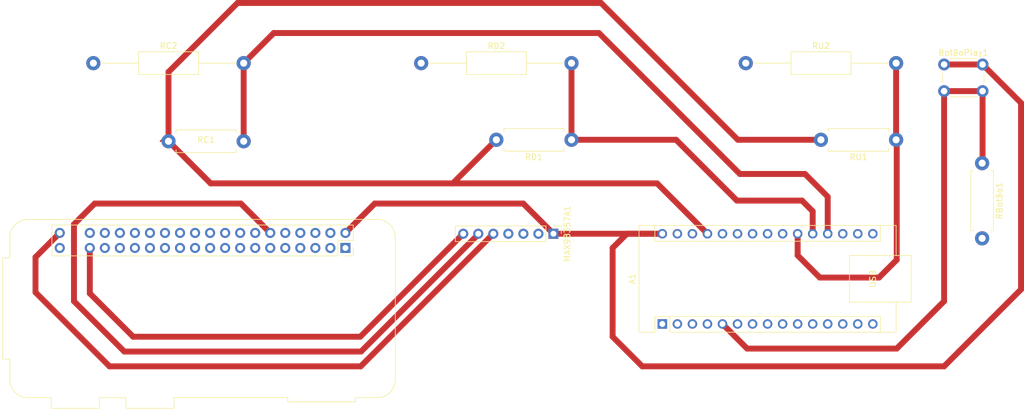
<source format=kicad_pcb>
(kicad_pcb (version 20221018) (generator pcbnew)
  (layers (0 "F.Cu" signal) (31 "B.Cu" signal) (34 "B.Paste" user) (35 "F.Paste" user) (36 "B.SilkS" user "B.Silkscreen") (37 "F.SilkS" user "F.Silkscreen") (38 "B.Mask" user) (39 "F.Mask" user) (44 "Edge.Cuts" user))
  (net 0 "")
  (net 5 "Net-(A1-D2)")
  (net 19 "Net-(A1-A0)")
  (net 20 "Net-(A1-A1)")
  (net 21 "Net-(A1-A2)")
  (net 27 "Net-(A1-+5V)")
  (net 29 "Net-(A1-VIN)")
  (net 30 "Net-(MAX98357A1-GND)")
  (net 40 "Net-(MAX98357A1-DIN)")
  (net 63 "Net-(MAX98357A1-LCR)")
  (net 66 "Net-(MAX98357A1-BLCK)")
  (footprint "Resistor_THT:R_Axial_DIN0411_L9.9mm_D3.6mm_P25.40mm_Horizontal" (layer "F.Cu") (at 102.65375 33.77375)
    (fp_text reference "RD2" (at 12.7 -2.92) (layer "F.SilkS"))
    (fp_text value "1K")
    (fp_line (start 1.44 0) (end 7.63 0) (stroke (width 0.12)) (layer "F.SilkS"))
    (fp_line (start 7.63 -1.92) (end 7.63 1.92) (stroke (width 0.12)) (layer "F.SilkS"))
    (fp_line (start 7.63 1.92) (end 17.77 1.92) (stroke (width 0.12)) (layer "F.SilkS"))
    (fp_line (start 17.77 -1.92) (end 7.63 -1.92) (stroke (width 0.12)) (layer "F.SilkS"))
    (fp_line (start 17.77 1.92) (end 17.77 -1.92) (stroke (width 0.12)) (layer "F.SilkS"))
    (fp_line (start 23.96 0) (end 17.77 0) (stroke (width 0.12)) (layer "F.SilkS"))
    (pad "1" thru_hole circle (at 0 0) (size 2.4 2.4) (drill 1.2) (layers "*.Cu" "*.Mask") (net 30 "Net-(MAX98357A1-GND)"))
    (pad "2" thru_hole oval (at 25.4 0) (size 2.4 2.4) (drill 1.2) (layers "*.Cu" "*.Mask") (net 20 "Net-(A1-A1)"))
  )
  (footprint "Resistor_THT:R_Axial_DIN0411_L9.9mm_D3.6mm_P12.70mm_Horizontal" (layer "F.Cu") (at 182.89375 46.72375 180)
    (fp_text reference "RU1" (at 6.35 -2.92) (layer "F.SilkS"))
    (fp_text value "1K")
    (fp_line (start 1.28 -1.92) (end 11.42 -1.92) (stroke (width 0.12)) (layer "F.SilkS"))
    (fp_line (start 1.28 -1.44) (end 1.28 -1.92) (stroke (width 0.12)) (layer "F.SilkS"))
    (fp_line (start 1.28 1.44) (end 1.28 1.92) (stroke (width 0.12)) (layer "F.SilkS"))
    (fp_line (start 1.28 1.92) (end 11.42 1.92) (stroke (width 0.12)) (layer "F.SilkS"))
    (fp_line (start 11.42 -1.92) (end 11.42 -1.44) (stroke (width 0.12)) (layer "F.SilkS"))
    (fp_line (start 11.42 1.92) (end 11.42 1.44) (stroke (width 0.12)) (layer "F.SilkS"))
    (pad "1" thru_hole circle (at 0 0 180) (size 2.4 2.4) (drill 1.2) (layers "*.Cu" "*.Mask") (net 21 "Net-(A1-A2)"))
    (pad "2" thru_hole oval (at 12.7 0 180) (size 2.4 2.4) (drill 1.2) (layers "*.Cu" "*.Mask") (net 27 "Net-(A1-+5V)"))
  )
  (footprint "Resistor_THT:R_Axial_DIN0411_L9.9mm_D3.6mm_P12.70mm_Horizontal" (layer "F.Cu") (at 72.66875 46.97375 180)
    (fp_text reference "RC1" (at 6.35 0.25) (layer "F.SilkS"))
    (fp_text value "1K")
    (fp_line (start 1.28 -1.92) (end 11.42 -1.92) (stroke (width 0.12)) (layer "F.SilkS"))
    (fp_line (start 1.28 -1.44) (end 1.28 -1.92) (stroke (width 0.12)) (layer "F.SilkS"))
    (fp_line (start 1.28 1.44) (end 1.28 1.92) (stroke (width 0.12)) (layer "F.SilkS"))
    (fp_line (start 1.28 1.92) (end 11.42 1.92) (stroke (width 0.12)) (layer "F.SilkS"))
    (fp_line (start 11.42 -1.92) (end 11.42 -1.44) (stroke (width 0.12)) (layer "F.SilkS"))
    (fp_line (start 11.42 1.92) (end 11.42 1.44) (stroke (width 0.12)) (layer "F.SilkS"))
    (pad "1" thru_hole circle (at 0 0 180) (size 2.4 2.4) (drill 1.2) (layers "*.Cu" "*.Mask") (net 19 "Net-(A1-A0)"))
    (pad "2" thru_hole oval (at 12.7 0 180) (size 2.4 2.4) (drill 1.2) (layers "*.Cu" "*.Mask") (net 27 "Net-(A1-+5V)"))
  )
  (footprint "Resistor_THT:R_Axial_DIN0411_L9.9mm_D3.6mm_P25.40mm_Horizontal" (layer "F.Cu") (at 157.49375 33.77375)
    (fp_text reference "RU2" (at 12.7 -2.92) (layer "F.SilkS"))
    (fp_text value "1K")
    (fp_line (start 1.44 0) (end 7.63 0) (stroke (width 0.12)) (layer "F.SilkS"))
    (fp_line (start 7.63 -1.92) (end 7.63 1.92) (stroke (width 0.12)) (layer "F.SilkS"))
    (fp_line (start 7.63 1.92) (end 17.77 1.92) (stroke (width 0.12)) (layer "F.SilkS"))
    (fp_line (start 17.77 -1.92) (end 7.63 -1.92) (stroke (width 0.12)) (layer "F.SilkS"))
    (fp_line (start 17.77 1.92) (end 17.77 -1.92) (stroke (width 0.12)) (layer "F.SilkS"))
    (fp_line (start 23.96 0) (end 17.77 0) (stroke (width 0.12)) (layer "F.SilkS"))
    (pad "1" thru_hole circle (at 0 0) (size 2.4 2.4) (drill 1.2) (layers "*.Cu" "*.Mask") (net 30 "Net-(MAX98357A1-GND)"))
    (pad "2" thru_hole oval (at 25.4 0) (size 2.4 2.4) (drill 1.2) (layers "*.Cu" "*.Mask") (net 21 "Net-(A1-A2)"))
  )
  (footprint "Resistor_THT:R_Axial_DIN0411_L9.9mm_D3.6mm_P25.40mm_Horizontal" (layer "F.Cu") (at 47.26875 33.77375)
    (fp_text reference "RC2" (at 12.7 -2.92) (layer "F.SilkS"))
    (fp_text value "1K")
    (fp_line (start 1.44 0) (end 7.63 0) (stroke (width 0.12)) (layer "F.SilkS"))
    (fp_line (start 7.63 -1.92) (end 7.63 1.92) (stroke (width 0.12)) (layer "F.SilkS"))
    (fp_line (start 7.63 1.92) (end 17.77 1.92) (stroke (width 0.12)) (layer "F.SilkS"))
    (fp_line (start 17.77 -1.92) (end 7.63 -1.92) (stroke (width 0.12)) (layer "F.SilkS"))
    (fp_line (start 17.77 1.92) (end 17.77 -1.92) (stroke (width 0.12)) (layer "F.SilkS"))
    (fp_line (start 23.96 0) (end 17.77 0) (stroke (width 0.12)) (layer "F.SilkS"))
    (pad "1" thru_hole circle (at 0 0) (size 2.4 2.4) (drill 1.2) (layers "*.Cu" "*.Mask") (net 30 "Net-(MAX98357A1-GND)"))
    (pad "2" thru_hole oval (at 25.4 0) (size 2.4 2.4) (drill 1.2) (layers "*.Cu" "*.Mask") (net 19 "Net-(A1-A0)"))
  )
  (footprint "Module:Raspberry_Pi_Zero_Socketed_THT_FaceDown_MountingHoles" (layer "F.Cu") (at 89.855 65 -90)
    (fp_text reference "https://datasheets.raspberrypi.com/rpizero2/raspberry-pi-zero-2-w-reduced-schematics.pdf1" hide)
    (fp_text value "Raspberry_Pi_Zero_2W")
    (fp_line (start -4.83 53.63) (end -4.83 -5.37) (stroke (width 0.12)) (layer "F.SilkS"))
    (fp_line (start -3.87 -1.33) (end -3.87 49.59) (stroke (width 0.12)) (layer "F.SilkS"))
    (fp_line (start -3.87 -1.33) (end -1.27 -1.33) (stroke (width 0.12)) (layer "F.SilkS"))
    (fp_line (start -3.87 49.59) (end 1.33 49.59) (stroke (width 0.12)) (layer "F.SilkS"))
    (fp_line (start -1.77 -8.43) (end 22.23 -8.43) (stroke (width 0.12)) (layer "F.SilkS"))
    (fp_line (start -1.27 -1.33) (end -1.27 1.27) (stroke (width 0.12)) (layer "F.SilkS"))
    (fp_line (start -1.27 1.27) (end 1.33 1.27) (stroke (width 0.12)) (layer "F.SilkS"))
    (fp_line (start 0 -1.33) (end 1.33 -1.33) (stroke (width 0.12)) (layer "F.SilkS"))
    (fp_line (start 1.33 -1.33) (end 1.33 0) (stroke (width 0.12)) (layer "F.SilkS"))
    (fp_line (start 1.33 1.27) (end 1.33 49.59) (stroke (width 0.12)) (layer "F.SilkS"))
    (fp_line (start 1.67 56.69) (end -1.77 56.69) (stroke (width 0.12)) (layer "F.SilkS"))
    (fp_line (start 1.67 56.69) (end 1.67 57.89) (stroke (width 0.12)) (layer "F.SilkS"))
    (fp_line (start 1.67 57.89) (end 18.79 57.89) (stroke (width 0.12)) (layer "F.SilkS"))
    (fp_line (start 18.79 56.69) (end 22.23 56.69) (stroke (width 0.12)) (layer "F.SilkS"))
    (fp_line (start 18.79 57.89) (end 18.79 56.69) (stroke (width 0.12)) (layer "F.SilkS"))
    (fp_line (start 25.29 -1.68) (end 25.29 -5.37) (stroke (width 0.12)) (layer "F.SilkS"))
    (fp_line (start 25.29 9.74) (end 25.99 9.74) (stroke (width 0.12)) (layer "F.SilkS"))
    (fp_line (start 25.29 28.97) (end 25.29 9.74) (stroke (width 0.12)) (layer "F.SilkS"))
    (fp_line (start 25.29 37.09) (end 27.09 37.09) (stroke (width 0.12)) (layer "F.SilkS"))
    (fp_line (start 25.29 41.57) (end 25.29 37.09) (stroke (width 0.12)) (layer "F.SilkS"))
    (fp_line (start 25.29 49.69) (end 27.09 49.69) (stroke (width 0.12)) (layer "F.SilkS"))
    (fp_line (start 25.29 53.63) (end 25.29 49.69) (stroke (width 0.12)) (layer "F.SilkS"))
    (fp_line (start 25.99 -1.68) (end 25.29 -1.68) (stroke (width 0.12)) (layer "F.SilkS"))
    (fp_line (start 25.99 9.74) (end 25.99 -1.68) (stroke (width 0.12)) (layer "F.SilkS"))
    (fp_line (start 27.09 28.97) (end 25.29 28.97) (stroke (width 0.12)) (layer "F.SilkS"))
    (fp_line (start 27.09 37.09) (end 27.09 28.97) (stroke (width 0.12)) (layer "F.SilkS"))
    (fp_line (start 27.09 41.57) (end 25.29 41.57) (stroke (width 0.12)) (layer "F.SilkS"))
    (fp_line (start 27.09 49.69) (end 27.09 41.57) (stroke (width 0.12)) (layer "F.SilkS"))
    (fp_arc (start -4.83 -5.37) (mid -3.933747 -7.533747) (end -1.77 -8.43) (stroke (width 0.12)) (layer "F.SilkS"))
    (fp_arc (start -1.77 56.69) (mid -3.933747 55.793747) (end -4.83 53.63) (stroke (width 0.12)) (layer "F.SilkS"))
    (fp_arc (start 22.23 -8.43) (mid 24.393747 -7.533747) (end 25.29 -5.37) (stroke (width 0.12)) (layer "F.SilkS"))
    (fp_arc (start 25.29 53.63) (mid 24.393747 55.793747) (end 22.23 56.69) (stroke (width 0.12)) (layer "F.SilkS"))
    (pad "1" thru_hole rect (at 0 0 270) (size 1.7 1.7) (drill 1) (layers "*.Cu" "*.Mask"))
    (pad "2" thru_hole oval (at -2.54 0 270) (size 1.7 1.7) (drill 1) (layers "*.Cu" "*.Mask") (net 29 "Net-(A1-VIN)"))
    (pad "3" thru_hole oval (at 0 2.54 270) (size 1.7 1.7) (drill 1) (layers "*.Cu" "*.Mask"))
    (pad "4" thru_hole oval (at -2.54 2.54 270) (size 1.7 1.7) (drill 1) (layers "*.Cu" "*.Mask"))
    (pad "5" thru_hole oval (at 0 5.08 270) (size 1.7 1.7) (drill 1) (layers "*.Cu" "*.Mask"))
    (pad "6" thru_hole oval (at -2.54 5.08 270) (size 1.7 1.7) (drill 1) (layers "*.Cu" "*.Mask"))
    (pad "7" thru_hole oval (at 0 7.62 270) (size 1.7 1.7) (drill 1) (layers "*.Cu" "*.Mask"))
    (pad "8" thru_hole oval (at -2.54 7.62 270) (size 1.7 1.7) (drill 1) (layers "*.Cu" "*.Mask"))
    (pad "9" thru_hole oval (at 0 10.16 270) (size 1.7 1.7) (drill 1) (layers "*.Cu" "*.Mask") (net 30 "Net-(MAX98357A1-GND)"))
    (pad "10" thru_hole oval (at -2.54 10.16 270) (size 1.7 1.7) (drill 1) (layers "*.Cu" "*.Mask"))
    (pad "11" thru_hole oval (at 0 12.7 270) (size 1.7 1.7) (drill 1) (layers "*.Cu" "*.Mask"))
    (pad "12" thru_hole oval (at -2.54 12.7 270) (size 1.7 1.7) (drill 1) (layers "*.Cu" "*.Mask") (net 66 "Net-(MAX98357A1-BLCK)"))
    (pad "13" thru_hole oval (at 0 15.24 270) (size 1.7 1.7) (drill 1) (layers "*.Cu" "*.Mask"))
    (pad "14" thru_hole oval (at -2.54 15.24 270) (size 1.7 1.7) (drill 1) (layers "*.Cu" "*.Mask"))
    (pad "15" thru_hole oval (at 0 17.78 270) (size 1.7 1.7) (drill 1) (layers "*.Cu" "*.Mask"))
    (pad "16" thru_hole oval (at -2.54 17.78 270) (size 1.7 1.7) (drill 1) (layers "*.Cu" "*.Mask"))
    (pad "17" thru_hole oval (at 0 20.32 270) (size 1.7 1.7) (drill 1) (layers "*.Cu" "*.Mask"))
    (pad "18" thru_hole oval (at -2.54 20.32 270) (size 1.7 1.7) (drill 1) (layers "*.Cu" "*.Mask"))
    (pad "19" thru_hole oval (at 0 22.86 270) (size 1.7 1.7) (drill 1) (layers "*.Cu" "*.Mask"))
    (pad "20" thru_hole oval (at -2.54 22.86 270) (size 1.7 1.7) (drill 1) (layers "*.Cu" "*.Mask"))
    (pad "21" thru_hole oval (at 0 25.4 270) (size 1.7 1.7) (drill 1) (layers "*.Cu" "*.Mask"))
    (pad "22" thru_hole oval (at -2.54 25.4 270) (size 1.7 1.7) (drill 1) (layers "*.Cu" "*.Mask"))
    (pad "23" thru_hole oval (at 0 27.94 270) (size 1.7 1.7) (drill 1) (layers "*.Cu" "*.Mask"))
    (pad "24" thru_hole oval (at -2.54 27.94 270) (size 1.7 1.7) (drill 1) (layers "*.Cu" "*.Mask"))
    (pad "25" thru_hole oval (at 0 30.48 270) (size 1.7 1.7) (drill 1) (layers "*.Cu" "*.Mask"))
    (pad "26" thru_hole oval (at -2.54 30.48 270) (size 1.7 1.7) (drill 1) (layers "*.Cu" "*.Mask"))
    (pad "27" thru_hole oval (at 0 33.02 270) (size 1.7 1.7) (drill 1) (layers "*.Cu" "*.Mask"))
    (pad "28" thru_hole oval (at -2.54 33.02 270) (size 1.7 1.7) (drill 1) (layers "*.Cu" "*.Mask"))
    (pad "29" thru_hole oval (at 0 35.56 270) (size 1.7 1.7) (drill 1) (layers "*.Cu" "*.Mask"))
    (pad "30" thru_hole oval (at -2.54 35.56 270) (size 1.7 1.7) (drill 1) (layers "*.Cu" "*.Mask"))
    (pad "31" thru_hole oval (at 0 38.1 270) (size 1.7 1.7) (drill 1) (layers "*.Cu" "*.Mask"))
    (pad "32" thru_hole oval (at -2.54 38.1 270) (size 1.7 1.7) (drill 1) (layers "*.Cu" "*.Mask"))
    (pad "33" thru_hole oval (at 0 40.64 270) (size 1.7 1.7) (drill 1) (layers "*.Cu" "*.Mask"))
    (pad "34" thru_hole oval (at -2.54 40.64 270) (size 1.7 1.7) (drill 1) (layers "*.Cu" "*.Mask"))
    (pad "35" thru_hole oval (at 0 43.18 270) (size 1.7 1.7) (drill 1) (layers "*.Cu" "*.Mask") (net 63 "Net-(MAX98357A1-LCR)"))
    (pad "36" thru_hole oval (at -2.54 43.18 270) (size 1.7 1.7) (drill 1) (layers "*.Cu" "*.Mask"))
    (pad "39" thru_hole oval (at 0 48.26 270) (size 1.7 1.7) (drill 1) (layers "*.Cu" "*.Mask"))
    (pad "40" thru_hole oval (at -2.54 48.26 270) (size 1.7 1.7) (drill 1) (layers "*.Cu" "*.Mask") (net 40 "Net-(MAX98357A1-DIN)"))
  )
  (footprint "Connector_PinHeader_2.54mm:PinHeader_1x07_P2.54mm_Vertical" (layer "F.Cu") (at 125 62.6 -90)
    (fp_text reference "MAX98357A1" (at 0 -2.33 90) (layer "F.SilkS"))
    (fp_text value "~")
    (fp_line (start -1.33 -1.33) (end 0 -1.33) (stroke (width 0.12)) (layer "F.SilkS"))
    (fp_line (start -1.33 0) (end -1.33 -1.33) (stroke (width 0.12)) (layer "F.SilkS"))
    (fp_line (start -1.33 1.27) (end -1.33 16.57) (stroke (width 0.12)) (layer "F.SilkS"))
    (fp_line (start -1.33 1.27) (end 1.33 1.27) (stroke (width 0.12)) (layer "F.SilkS"))
    (fp_line (start -1.33 16.57) (end 1.33 16.57) (stroke (width 0.12)) (layer "F.SilkS"))
    (fp_line (start 1.33 1.27) (end 1.33 16.57) (stroke (width 0.12)) (layer "F.SilkS"))
    (pad "1" thru_hole rect (at 0 0 270) (size 1.7 1.7) (drill 1) (layers "*.Cu" "*.Mask") (net 29 "Net-(A1-VIN)"))
    (pad "2" thru_hole oval (at 0 2.54 270) (size 1.7 1.7) (drill 1) (layers "*.Cu" "*.Mask") (net 30 "Net-(MAX98357A1-GND)"))
    (pad "3" thru_hole oval (at 0 5.08 270) (size 1.7 1.7) (drill 1) (layers "*.Cu" "*.Mask"))
    (pad "4" thru_hole oval (at 0 7.62 270) (size 1.7 1.7) (drill 1) (layers "*.Cu" "*.Mask"))
    (pad "5" thru_hole oval (at 0 10.16 270) (size 1.7 1.7) (drill 1) (layers "*.Cu" "*.Mask") (net 40 "Net-(MAX98357A1-DIN)"))
    (pad "6" thru_hole oval (at 0 12.7 270) (size 1.7 1.7) (drill 1) (layers "*.Cu" "*.Mask") (net 66 "Net-(MAX98357A1-BLCK)"))
    (pad "7" thru_hole oval (at 0 15.24 270) (size 1.7 1.7) (drill 1) (layers "*.Cu" "*.Mask") (net 63 "Net-(MAX98357A1-LCR)"))
  )
  (footprint "Button_Switch_THT:SW_PUSH_6mm_H4.3mm" (layer "F.Cu") (at 191 34)
    (fp_text reference "BotãoPlay1" (at 3.25 -2) (layer "F.SilkS"))
    (fp_text value "SW_Push")
    (fp_line (start -0.25 1.5) (end -0.25 3) (stroke (width 0.12)) (layer "F.SilkS"))
    (fp_line (start 1 5.5) (end 5.5 5.5) (stroke (width 0.12)) (layer "F.SilkS"))
    (fp_line (start 5.5 -1) (end 1 -1) (stroke (width 0.12)) (layer "F.SilkS"))
    (fp_line (start 6.75 3) (end 6.75 1.5) (stroke (width 0.12)) (layer "F.SilkS"))
    (pad "1" thru_hole circle (at 0 0 90) (size 2 2) (drill 1.1) (layers "*.Cu" "*.Mask") (net 29 "Net-(A1-VIN)"))
    (pad "1" thru_hole circle (at 6.5 0 90) (size 2 2) (drill 1.1) (layers "*.Cu" "*.Mask") (net 29 "Net-(A1-VIN)"))
    (pad "2" thru_hole circle (at 0 4.5 90) (size 2 2) (drill 1.1) (layers "*.Cu" "*.Mask") (net 5 "Net-(A1-D2)"))
    (pad "2" thru_hole circle (at 6.5 4.5 90) (size 2 2) (drill 1.1) (layers "*.Cu" "*.Mask") (net 5 "Net-(A1-D2)"))
  )
  (footprint "Resistor_THT:R_Axial_DIN0411_L9.9mm_D3.6mm_P12.70mm_Horizontal" (layer "F.Cu") (at 128.05375 46.72375 180)
    (fp_text reference "RD1" (at 6.35 -2.92) (layer "F.SilkS"))
    (fp_text value "1K")
    (fp_line (start 1.28 -1.92) (end 11.42 -1.92) (stroke (width 0.12)) (layer "F.SilkS"))
    (fp_line (start 1.28 -1.44) (end 1.28 -1.92) (stroke (width 0.12)) (layer "F.SilkS"))
    (fp_line (start 1.28 1.44) (end 1.28 1.92) (stroke (width 0.12)) (layer "F.SilkS"))
    (fp_line (start 1.28 1.92) (end 11.42 1.92) (stroke (width 0.12)) (layer "F.SilkS"))
    (fp_line (start 11.42 -1.92) (end 11.42 -1.44) (stroke (width 0.12)) (layer "F.SilkS"))
    (fp_line (start 11.42 1.92) (end 11.42 1.44) (stroke (width 0.12)) (layer "F.SilkS"))
    (pad "1" thru_hole circle (at 0 0 180) (size 2.4 2.4) (drill 1.2) (layers "*.Cu" "*.Mask") (net 20 "Net-(A1-A1)"))
    (pad "2" thru_hole oval (at 12.7 0 180) (size 2.4 2.4) (drill 1.2) (layers "*.Cu" "*.Mask") (net 27 "Net-(A1-+5V)"))
  )
  (footprint "Module:Arduino_Nano" (layer "F.Cu") (at 143.4 77.84 90)
    (fp_text reference "A1" (at 7.62 -5.08 90) (layer "F.SilkS"))
    (fp_text value "Arduino_Nano_v3.x")
    (fp_text user "USB" (at 7.62 35.56 90 unlocked) (layer "F.SilkS"))
    (fp_line (start -1.4 -3.94) (end -1.4 -1.27) (stroke (width 0.12)) (layer "F.SilkS"))
    (fp_line (start -1.4 1.27) (end -1.4 39.5) (stroke (width 0.12)) (layer "F.SilkS"))
    (fp_line (start -1.4 39.5) (end 3.68 39.5) (stroke (width 0.12)) (layer "F.SilkS"))
    (fp_line (start 1.27 -1.27) (end -1.4 -1.27) (stroke (width 0.12)) (layer "F.SilkS"))
    (fp_line (start 1.27 1.27) (end -1.4 1.27) (stroke (width 0.12)) (layer "F.SilkS"))
    (fp_line (start 1.27 1.27) (end 1.27 -1.27) (stroke (width 0.12)) (layer "F.SilkS"))
    (fp_line (start 1.27 1.27) (end 1.27 36.83) (stroke (width 0.12)) (layer "F.SilkS"))
    (fp_line (start 1.27 36.83) (end -1.4 36.83) (stroke (width 0.12)) (layer "F.SilkS"))
    (fp_line (start 3.68 31.62) (end 11.56 31.62) (stroke (width 0.12)) (layer "F.SilkS"))
    (fp_line (start 3.68 42.04) (end 3.68 31.62) (stroke (width 0.12)) (layer "F.SilkS"))
    (fp_line (start 11.56 31.62) (end 11.56 42.04) (stroke (width 0.12)) (layer "F.SilkS"))
    (fp_line (start 11.56 42.04) (end 3.68 42.04) (stroke (width 0.12)) (layer "F.SilkS"))
    (fp_line (start 13.97 -1.27) (end 13.97 36.83) (stroke (width 0.12)) (layer "F.SilkS"))
    (fp_line (start 13.97 -1.27) (end 16.64 -1.27) (stroke (width 0.12)) (layer "F.SilkS"))
    (fp_line (start 13.97 36.83) (end 16.64 36.83) (stroke (width 0.12)) (layer "F.SilkS"))
    (fp_line (start 16.64 -3.94) (end -1.4 -3.94) (stroke (width 0.12)) (layer "F.SilkS"))
    (fp_line (start 16.64 39.5) (end 11.56 39.5) (stroke (width 0.12)) (layer "F.SilkS"))
    (fp_line (start 16.64 39.5) (end 16.64 -3.94) (stroke (width 0.12)) (layer "F.SilkS"))
    (pad "1" thru_hole rect (at 0 0 90) (size 1.6 1.6) (drill 1) (layers "*.Cu" "*.Mask"))
    (pad "2" thru_hole oval (at 0 2.54 90) (size 1.6 1.6) (drill 1) (layers "*.Cu" "*.Mask"))
    (pad "3" thru_hole oval (at 0 5.08 90) (size 1.6 1.6) (drill 1) (layers "*.Cu" "*.Mask"))
    (pad "4" thru_hole oval (at 0 7.62 90) (size 1.6 1.6) (drill 1) (layers "*.Cu" "*.Mask") (net 30 "Net-(MAX98357A1-GND)"))
    (pad "5" thru_hole oval (at 0 10.16 90) (size 1.6 1.6) (drill 1) (layers "*.Cu" "*.Mask") (net 5 "Net-(A1-D2)"))
    (pad "6" thru_hole oval (at 0 12.7 90) (size 1.6 1.6) (drill 1) (layers "*.Cu" "*.Mask"))
    (pad "7" thru_hole oval (at 0 15.24 90) (size 1.6 1.6) (drill 1) (layers "*.Cu" "*.Mask"))
    (pad "8" thru_hole oval (at 0 17.78 90) (size 1.6 1.6) (drill 1) (layers "*.Cu" "*.Mask"))
    (pad "9" thru_hole oval (at 0 20.32 90) (size 1.6 1.6) (drill 1) (layers "*.Cu" "*.Mask"))
    (pad "10" thru_hole oval (at 0 22.86 90) (size 1.6 1.6) (drill 1) (layers "*.Cu" "*.Mask"))
    (pad "11" thru_hole oval (at 0 25.4 90) (size 1.6 1.6) (drill 1) (layers "*.Cu" "*.Mask"))
    (pad "12" thru_hole oval (at 0 27.94 90) (size 1.6 1.6) (drill 1) (layers "*.Cu" "*.Mask"))
    (pad "13" thru_hole oval (at 0 30.48 90) (size 1.6 1.6) (drill 1) (layers "*.Cu" "*.Mask"))
    (pad "14" thru_hole oval (at 0 33.02 90) (size 1.6 1.6) (drill 1) (layers "*.Cu" "*.Mask"))
    (pad "15" thru_hole oval (at 0 35.56 90) (size 1.6 1.6) (drill 1) (layers "*.Cu" "*.Mask"))
    (pad "16" thru_hole oval (at 15.24 35.56 90) (size 1.6 1.6) (drill 1) (layers "*.Cu" "*.Mask"))
    (pad "17" thru_hole oval (at 15.24 33.02 90) (size 1.6 1.6) (drill 1) (layers "*.Cu" "*.Mask"))
    (pad "18" thru_hole oval (at 15.24 30.48 90) (size 1.6 1.6) (drill 1) (layers "*.Cu" "*.Mask"))
    (pad "19" thru_hole oval (at 15.24 27.94 90) (size 1.6 1.6) (drill 1) (layers "*.Cu" "*.Mask") (net 19 "Net-(A1-A0)"))
    (pad "20" thru_hole oval (at 15.24 25.4 90) (size 1.6 1.6) (drill 1) (layers "*.Cu" "*.Mask") (net 20 "Net-(A1-A1)"))
    (pad "21" thru_hole oval (at 15.24 22.86 90) (size 1.6 1.6) (drill 1) (layers "*.Cu" "*.Mask") (net 21 "Net-(A1-A2)"))
    (pad "22" thru_hole oval (at 15.24 20.32 90) (size 1.6 1.6) (drill 1) (layers "*.Cu" "*.Mask"))
    (pad "23" thru_hole oval (at 15.24 17.78 90) (size 1.6 1.6) (drill 1) (layers "*.Cu" "*.Mask"))
    (pad "24" thru_hole oval (at 15.24 15.24 90) (size 1.6 1.6) (drill 1) (layers "*.Cu" "*.Mask"))
    (pad "25" thru_hole oval (at 15.24 12.7 90) (size 1.6 1.6) (drill 1) (layers "*.Cu" "*.Mask"))
    (pad "26" thru_hole oval (at 15.24 10.16 90) (size 1.6 1.6) (drill 1) (layers "*.Cu" "*.Mask"))
    (pad "27" thru_hole oval (at 15.24 7.62 90) (size 1.6 1.6) (drill 1) (layers "*.Cu" "*.Mask") (net 27 "Net-(A1-+5V)"))
    (pad "28" thru_hole oval (at 15.24 5.08 90) (size 1.6 1.6) (drill 1) (layers "*.Cu" "*.Mask"))
    (pad "29" thru_hole oval (at 15.24 2.54 90) (size 1.6 1.6) (drill 1) (layers "*.Cu" "*.Mask"))
    (pad "30" thru_hole oval (at 15.24 0 90) (size 1.6 1.6) (drill 1) (layers "*.Cu" "*.Mask") (net 29 "Net-(A1-VIN)"))
  )
  (footprint "Resistor_THT:R_Axial_DIN0411_L9.9mm_D3.6mm_P12.70mm_Horizontal" (layer "F.Cu") (at 197.425 50.675 -90)
    (fp_text reference "RBotão1" (at 6.35 -2.92 90) (layer "F.SilkS"))
    (fp_text value "10K")
    (fp_line (start 1.28 -1.92) (end 11.42 -1.92) (stroke (width 0.12)) (layer "F.SilkS"))
    (fp_line (start 1.28 -1.44) (end 1.28 -1.92) (stroke (width 0.12)) (layer "F.SilkS"))
    (fp_line (start 1.28 1.44) (end 1.28 1.92) (stroke (width 0.12)) (layer "F.SilkS"))
    (fp_line (start 1.28 1.92) (end 11.42 1.92) (stroke (width 0.12)) (layer "F.SilkS"))
    (fp_line (start 11.42 -1.92) (end 11.42 -1.44) (stroke (width 0.12)) (layer "F.SilkS"))
    (fp_line (start 11.42 1.92) (end 11.42 1.44) (stroke (width 0.12)) (layer "F.SilkS"))
    (pad "1" thru_hole circle (at 0 0 270) (size 2.4 2.4) (drill 1.2) (layers "*.Cu" "*.Mask") (net 5 "Net-(A1-D2)"))
    (pad "2" thru_hole oval (at 12.7 0 270) (size 2.4 2.4) (drill 1.2) (layers "*.Cu" "*.Mask") (net 30 "Net-(MAX98357A1-GND)"))
  )
  (segment (start 191 38.5) (end 197.5 38.5) (width 1) (layer "F.Cu") (net 5))
  (segment (start 197.5 50.6) (end 197.425 50.675) (width 1) (layer "F.Cu") (net 5))
  (segment (start 191 38.5) (end 191 74) (width 1) (layer "F.Cu") (net 5))
  (segment (start 191 74) (end 183 82) (width 1) (layer "F.Cu") (net 5))
  (segment (start 183 82) (end 157.72 82) (width 1) (layer "F.Cu") (net 5))
  (segment (start 197.5 38.5) (end 197.5 50.6) (width 1) (layer "F.Cu") (net 5))
  (segment (start 157.72 82) (end 153.56 77.84) (width 1) (layer "F.Cu") (net 5))
  (segment (start 171.34 56.34) (end 167.5 52.5) (width 1) (layer "F.Cu") (net 19))
  (segment (start 171.34 62.6) (end 171.34 56.34) (width 1) (layer "F.Cu") (net 19))
  (segment (start 72.66875 33.77375) (end 72.66875 46.97375) (width 1) (layer "F.Cu") (net 19))
  (segment (start 167.5 52.5) (end 156.5 52.5) (width 1) (layer "F.Cu") (net 19))
  (segment (start 132.68875 28.68875) (end 77.75375 28.68875) (width 1) (layer "F.Cu") (net 19))
  (segment (start 156.5 52.5) (end 132.68875 28.68875) (width 1) (layer "F.Cu") (net 19))
  (segment (start 77.75375 28.68875) (end 72.66875 33.77375) (width 1) (layer "F.Cu") (net 19))
  (segment (start 145.72375 46.72375) (end 156 57) (width 1) (layer "F.Cu") (net 20))
  (segment (start 128.05375 46.72375) (end 145.72375 46.72375) (width 1) (layer "F.Cu") (net 20))
  (segment (start 167 57) (end 168.8 58.8) (width 1) (layer "F.Cu") (net 20))
  (segment (start 156 57) (end 167 57) (width 1) (layer "F.Cu") (net 20))
  (segment (start 168.8 58.8) (end 168.8 62.6) (width 1) (layer "F.Cu") (net 20))
  (segment (start 128.05375 46.72375) (end 128.05375 33.77375) (width 1) (layer "F.Cu") (net 20))
  (segment (start 182.89375 33.77375) (end 182.89375 46.72375) (width 1) (layer "F.Cu") (net 21))
  (segment (start 183 46.83) (end 183 67) (width 1) (layer "F.Cu") (net 21))
  (segment (start 183 67) (end 180 70) (width 1) (layer "F.Cu") (net 21))
  (segment (start 180 70) (end 170 70) (width 1) (layer "F.Cu") (net 21))
  (segment (start 170 70) (end 166.26 66.26) (width 1) (layer "F.Cu") (net 21))
  (segment (start 166.26 66.26) (end 166.26 62.6) (width 1) (layer "F.Cu") (net 21))
  (segment (start 182.89375 46.72375) (end 183 46.83) (width 1) (layer "F.Cu") (net 21))
  (segment (start 58.86875 46.72375) (end 58.61875 46.97375) (width 0.25) (layer "F.Cu") (net 27))
  (segment (start 170.19375 46.72375) (end 156.15375 46.72375) (width 1) (layer "F.Cu") (net 27))
  (segment (start 59.96875 35.26875) (end 59.96875 46.97375) (width 1) (layer "F.Cu") (net 27))
  (segment (start 67.08375 54.08875) (end 59.96875 46.97375) (width 1) (layer "F.Cu") (net 27))
  (segment (start 151.02 62.6) (end 142.50875 54.08875) (width 1) (layer "F.Cu") (net 27))
  (segment (start 107.98875 54.08875) (end 67.08375 54.08875) (width 1) (layer "F.Cu") (net 27))
  (segment (start 133.03875 23.60875) (end 71.62875 23.60875) (width 1) (layer "F.Cu") (net 27))
  (segment (start 115.35375 46.72375) (end 107.98875 54.08875) (width 1) (layer "F.Cu") (net 27))
  (segment (start 71.62875 23.60875) (end 59.96875 35.26875) (width 1) (layer "F.Cu") (net 27))
  (segment (start 156.15375 46.72375) (end 133.03875 23.60875) (width 1) (layer "F.Cu") (net 27))
  (segment (start 142.50875 54.08875) (end 107.98875 54.08875) (width 1) (layer "F.Cu") (net 27))
  (segment (start 143.338636 62.538636) (end 143.4 62.6) (width 1) (layer "F.Cu") (net 29))
  (segment (start 191 34) (end 197.5 34) (width 1) (layer "F.Cu") (net 29))
  (segment (start 135 80) (end 140 85) (width 1) (layer "F.Cu") (net 29))
  (segment (start 204 72) (end 191 85) (width 1) (layer "F.Cu") (net 29))
  (segment (start 204 40.5) (end 204 72) (width 1) (layer "F.Cu") (net 29))
  (segment (start 125 62.6) (end 119.9 57.5) (width 1) (layer "F.Cu") (net 29))
  (segment (start 135 65) (end 135 80) (width 1) (layer "F.Cu") (net 29))
  (segment (start 119.9 57.5) (end 94.815 57.5) (width 1) (layer "F.Cu") (net 29))
  (segment (start 143.4 62.6) (end 125 62.6) (width 1) (layer "F.Cu") (net 29))
  (segment (start 94.815 57.5) (end 89.855 62.46) (width 1) (layer "F.Cu") (net 29))
  (segment (start 143.4 62.6) (end 137.4 62.6) (width 1) (layer "F.Cu") (net 29))
  (segment (start 140 85) (end 191 85) (width 1) (layer "F.Cu") (net 29))
  (segment (start 137.4 62.6) (end 135 65) (width 1) (layer "F.Cu") (net 29))
  (segment (start 197.5 34) (end 204 40.5) (width 1) (layer "F.Cu") (net 29))
  (segment (start 92.44 85) (end 114.84 62.6) (width 1) (layer "F.Cu") (net 40))
  (segment (start 41.595 62.46) (end 37.5 66.555) (width 1) (layer "F.Cu") (net 40))
  (segment (start 37.5 66.555) (end 37.5 72.5) (width 1) (layer "F.Cu") (net 40))
  (segment (start 50 85) (end 92.44 85) (width 1) (layer "F.Cu") (net 40))
  (segment (start 37.5 72.5) (end 50 85) (width 1) (layer "F.Cu") (net 40))
  (segment (start 46.675 72.675) (end 46.675 65) (width 1) (layer "F.Cu") (net 63))
  (segment (start 109.76 62.6) (end 92.36 80) (width 1) (layer "F.Cu") (net 63))
  (segment (start 92.36 80) (end 54 80) (width 1) (layer "F.Cu") (net 63))
  (segment (start 54 80) (end 46.675 72.675) (width 1) (layer "F.Cu") (net 63))
  (segment (start 72.195 57.5) (end 77.155 62.46) (width 1) (layer "F.Cu") (net 66))
  (segment (start 92.5 82.5) (end 112.3 62.7) (width 1) (layer "F.Cu") (net 66))
  (segment (start 112.3 62.7) (end 112.3 62.6) (width 1) (layer "F.Cu") (net 66))
  (segment (start 44 74) (end 44 61) (width 1) (layer "F.Cu") (net 66))
  (segment (start 92.5 82.5) (end 52.5 82.5) (width 1) (layer "F.Cu") (net 66))
  (segment (start 47.5 57.5) (end 72.195 57.5) (width 1) (layer "F.Cu") (net 66))
  (segment (start 52.5 82.5) (end 44 74) (width 1) (layer "F.Cu") (net 66))
  (segment (start 44 61) (end 47.5 57.5) (width 1) (layer "F.Cu") (net 66))
)
</source>
